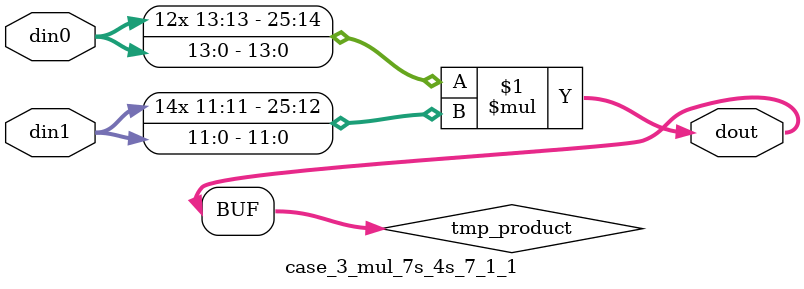
<source format=v>

`timescale 1 ns / 1 ps

 module case_3_mul_7s_4s_7_1_1(din0, din1, dout);
parameter ID = 1;
parameter NUM_STAGE = 0;
parameter din0_WIDTH = 14;
parameter din1_WIDTH = 12;
parameter dout_WIDTH = 26;

input [din0_WIDTH - 1 : 0] din0; 
input [din1_WIDTH - 1 : 0] din1; 
output [dout_WIDTH - 1 : 0] dout;

wire signed [dout_WIDTH - 1 : 0] tmp_product;



























assign tmp_product = $signed(din0) * $signed(din1);








assign dout = tmp_product;





















endmodule

</source>
